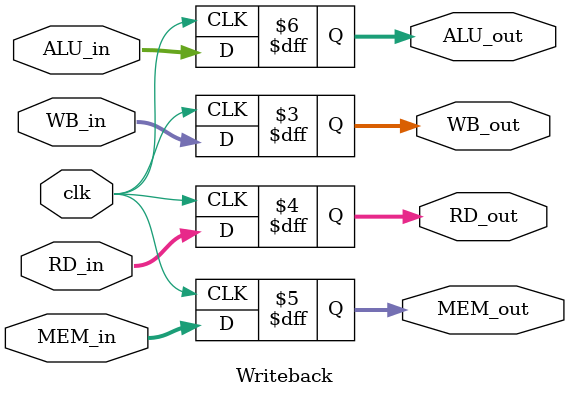
<source format=v>
/* Pipeline Stage 5 */

`ifndef __WRITEBACK_V__
`define __WRITEBACK_V__

module Writeback (
	input wire clk,
	input wire [1:0] WB_in,
	input wire [4:0] RD_in,
	input wire [31:0] MEM_in,
	input wire [31:0] ALU_in,
	output reg [1:0] WB_out,
	output reg [4:0] RD_out,
	output reg [31:0] MEM_out,
	output reg [31:0] ALU_out
	);

	initial
	begin
		WB_out = 0;
		RD_out = 0;
		MEM_out = 0;
		ALU_out = 0;  
	end

	always @ (posedge clk)
	begin
		WB_out <= WB_in;
		RD_out <= RD_in;
		MEM_out <= MEM_in;
		ALU_out <= ALU_in;   
	end

endmodule

`endif /*__WRITEBACK_V__*/

</source>
